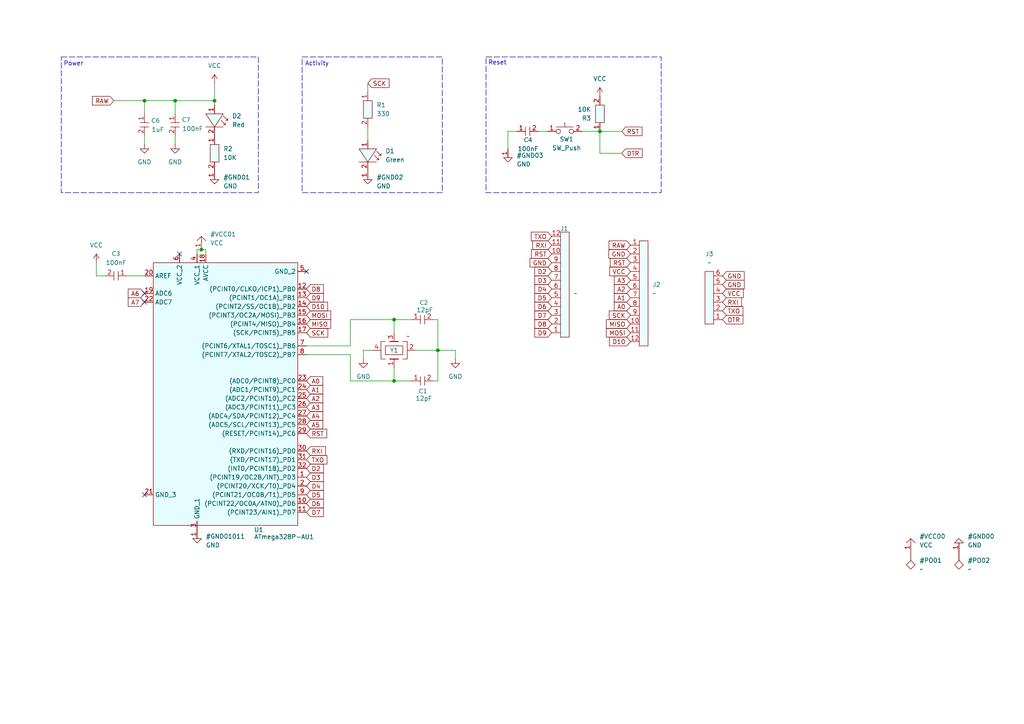
<source format=kicad_sch>
(kicad_sch (version 20250114) (generator "eeschema") (generator_version "9.0")
  (paper "A4")
  (lib_symbols
    (symbol "D_1"
      (property "Reference" "D" (at -0.254 4.064 0))
      (symbol "D_1_0_1"
        (polyline (pts (xy 0.635 2.54) (xy 1.905 3.81) (xy 1.27 3.81) (xy 1.905 3.81) (xy 1.905 3.175)))
        (polyline (pts (xy 1.905 1.905) (xy 3.175 3.175) (xy 2.54 3.175) (xy 3.175 3.175) (xy 3.175 2.54)))
        (polyline (pts (xy 3.81 0) (xy 0 2.54) (xy 0 -2.54) (xy 3.81 0)) (fill (type color) (color 0 251 255 0.1)))
        (polyline (pts (xy 3.81 -2.54) (xy 3.81 2.54)))
      )
      (symbol "D_1_1_1"
        (pin passive line (at -2.54 0 0) (length 2.54) (name "") (number "1"))
        (pin passive line (at 6.35 0 180) (length 2.54) (name "") (number "2"))
      )
    )
    (symbol "MCU_Atmel_42ChipsPro_Mini:C"
      (property "Reference" "C" (at -4.826 2.794 0))
      (symbol "C_0_1"
        (polyline (pts (xy -2.54 1.27) (xy -2.54 0)))
        (polyline (pts (xy -2.54 0) (xy -2.54 0)))
        (polyline (pts (xy -2.54 0) (xy -2.54 -1.27)))
        (polyline (pts (xy -1.27 0) (xy -1.27 1.27)))
        (polyline (pts (xy -1.27 0) (xy -1.27 -1.27)))
      )
      (symbol "C_1_1"
        (pin passive line (at -5.08 0 0) (length 2.54) (name "~") (number "1"))
        (pin passive line (at 1.27 0 180) (length 2.54) (name "~") (number "2"))
      )
    )
    (symbol "MCU_Atmel_42ChipsPro_Mini:D"
      (property "Reference" "D" (at -0.254 4.064 0))
      (symbol "D_0_1"
        (polyline (pts (xy 0.635 2.54) (xy 1.905 3.81) (xy 1.27 3.81) (xy 1.905 3.81) (xy 1.905 3.175)))
        (polyline (pts (xy 1.905 1.905) (xy 3.175 3.175) (xy 2.54 3.175) (xy 3.175 3.175) (xy 3.175 2.54)))
        (polyline (pts (xy 3.81 0) (xy 0 2.54) (xy 0 -2.54) (xy 3.81 0)) (fill (type color) (color 0 251 255 0.1)))
        (polyline (pts (xy 3.81 -2.54) (xy 3.81 2.54)))
      )
      (symbol "D_1_1"
        (pin input line (at -2.54 0 0) (length 2.54) (name "") (number "1"))
        (pin output line (at 6.35 0 180) (length 2.54) (name "") (number "2"))
      )
    )
    (symbol "MCU_Atmel_42ChipsPro_Mini:GND" (power) (exclude_from_sim yes) (in_bom no) (on_board no)
      (property "Reference" "GND" (at 0 4.064 0))
      (property "Value" "GND" (at 0 0 0))
      (symbol "GND_0_1"
        (polyline (pts (xy -1.27 0) (xy 1.27 0) (xy 0 1.27) (xy -1.27 0)) (fill (type color) (color 0 255 255 0.1)))
      )
      (symbol "GND_1_1"
        (pin power_in line (at 0 -2.54 90) (length 2.54) (name "") (number "1"))
      )
    )
    (symbol "MCU_Atmel_42ChipsPro_Mini:J1"
      (property "Reference" "J1" (at -2.286 -26.416 0))
      (property "Value" "~" (at -3.81 -7.6201 0))
      (symbol "J1_0_1"
        (rectangle (start -2.54 5.08) (end 0 -25.4) (fill (type color) (color 0 251 255 0.09)))
      )
      (symbol "J1_1_0"
        (pin bidirectional line (at 2.54 -19.05 180) (length 2.54) (name "") (number "10"))
        (pin bidirectional line (at 2.54 -21.59 180) (length 2.54) (name "") (number "11"))
        (pin bidirectional line (at 2.54 -24.13 180) (length 2.54) (name "") (number "12"))
      )
      (symbol "J1_1_1"
        (pin bidirectional line (at 2.54 3.81 180) (length 2.54) (name "") (number "1"))
        (pin bidirectional line (at 2.54 1.27 180) (length 2.54) (name "") (number "2"))
        (pin bidirectional line (at 2.54 -1.27 180) (length 2.54) (name "") (number "3"))
        (pin bidirectional line (at 2.54 -3.81 180) (length 2.54) (name "") (number "4"))
        (pin bidirectional line (at 2.54 -6.35 180) (length 2.54) (name "") (number "5"))
        (pin bidirectional line (at 2.54 -8.89 180) (length 2.54) (name "") (number "6"))
        (pin bidirectional line (at 2.54 -11.43 180) (length 2.54) (name "") (number "7"))
        (pin bidirectional line (at 2.54 -13.97 180) (length 2.54) (name "") (number "8"))
        (pin bidirectional line (at 2.54 -16.51 180) (length 2.54) (name "") (number "9"))
      )
    )
    (symbol "MCU_Atmel_42ChipsPro_Mini:J2"
      (property "Reference" "J2" (at 1.27 -7.6199 0))
      (property "Value" "~" (at 1.27 -10.1599 0))
      (symbol "J2_0_1"
        (rectangle (start -2.54 5.08) (end 0 -25.4) (fill (type color) (color 0 251 255 0.09)))
      )
      (symbol "J2_1_0"
        (pin bidirectional line (at -5.08 -19.05 0) (length 2.54) (name "") (number "10"))
        (pin bidirectional line (at -5.08 -21.59 0) (length 2.54) (name "") (number "11"))
        (pin bidirectional line (at -5.08 -24.13 0) (length 2.54) (name "") (number "12"))
      )
      (symbol "J2_1_1"
        (pin bidirectional line (at -5.08 3.81 0) (length 2.54) (name "") (number "1"))
        (pin bidirectional line (at -5.08 1.27 0) (length 2.54) (name "") (number "2"))
        (pin bidirectional line (at -5.08 -1.27 0) (length 2.54) (name "") (number "3"))
        (pin bidirectional line (at -5.08 -3.81 0) (length 2.54) (name "") (number "4"))
        (pin bidirectional line (at -5.08 -6.35 0) (length 2.54) (name "") (number "5"))
        (pin bidirectional line (at -5.08 -8.89 0) (length 2.54) (name "") (number "6"))
        (pin bidirectional line (at -5.08 -11.43 0) (length 2.54) (name "") (number "7"))
        (pin bidirectional line (at -5.08 -13.97 0) (length 2.54) (name "") (number "8"))
        (pin bidirectional line (at -5.08 -16.51 0) (length 2.54) (name "") (number "9"))
      )
    )
    (symbol "MCU_Atmel_42ChipsPro_Mini:J3"
      (property "Reference" "J3" (at -2.794 6.604 0))
      (symbol "J3_0_1"
        (rectangle (start -2.54 5.08) (end 0 -10.16) (fill (type color) (color 0 251 255 0.09)))
      )
      (symbol "J3_1_1"
        (pin bidirectional line (at -5.08 3.81 0) (length 2.54) (name "") (number "1"))
        (pin bidirectional line (at -5.08 1.27 0) (length 2.54) (name "") (number "2"))
        (pin bidirectional line (at -5.08 -1.27 0) (length 2.54) (name "") (number "3"))
        (pin bidirectional line (at -5.08 -3.81 0) (length 2.54) (name "") (number "4"))
        (pin bidirectional line (at -5.08 -6.35 0) (length 2.54) (name "") (number "5"))
        (pin bidirectional line (at -5.08 -8.89 0) (length 2.54) (name "") (number "6"))
      )
    )
    (symbol "MCU_Atmel_42ChipsPro_Mini:MCU_Atmega328P_AU"
      (property "Reference" "ATmega328P-AU?" (at 8.636 -51.308 0))
      (property "Value" "U1" (at 8.636 -49.276 0))
      (symbol "MCU_Atmega328P_AU_0_1"
        (rectangle (start 0 0) (end 41.91 -76.2) (fill (type color) (color 0 237 255 0.1)))
      )
      (symbol "MCU_Atmega328P_AU_1_1"
        (pin passive line (at -2.54 -3.81 0) (length 2.54) (name "AREF") (number "20"))
        (pin input line (at -2.54 -8.89 0) (length 2.54) (name "ADC6") (number "19"))
        (pin input line (at -2.54 -11.43 0) (length 2.54) (name "ADC7") (number "22"))
        (pin input line (at -2.54 -67.31 0) (length 2.54) (name "GND_3") (number "21"))
        (pin power_in line (at 7.62 2.54 270) (length 2.54) (name "VCC_2") (number "6"))
        (pin power_in line (at 12.7 2.54 270) (length 2.54) (name "VCC_1") (number "4"))
        (pin power_in line (at 12.7 -77.47 90) (length 2.54) (name "GND_1") (number "3"))
        (pin input line (at 15.24 2.54 270) (length 2.54) (name "AVCC") (number "18"))
        (pin power_in line (at 44.45 -2.54 180) (length 2.54) (name "GND_2") (number "5"))
        (pin bidirectional line (at 44.45 -7.62 180) (length 2.54) (name "(PCINT0/CLKO/ICP1)_PB0") (number "12"))
        (pin bidirectional line (at 44.45 -10.16 180) (length 2.54) (name "(PCINT1/OC1A)_PB1") (number "13"))
        (pin bidirectional line (at 44.45 -12.7 180) (length 2.54) (name "(PCINT2/SS/OC1B)_PB2") (number "14"))
        (pin bidirectional line (at 44.45 -15.24 180) (length 2.54) (name "(PCINT3/OC2A/MOSI)_PB3") (number "15"))
        (pin bidirectional line (at 44.45 -17.78 180) (length 2.54) (name "(PCINT4/MISO)_PB4") (number "16"))
        (pin bidirectional line (at 44.45 -20.32 180) (length 2.54) (name "(SCK/PCINT5)_PB5") (number "17"))
        (pin bidirectional line (at 44.45 -24.13 180) (length 2.54) (name "(PCINT6/XTAL1/TOSC1)_PB6") (number "7"))
        (pin bidirectional line (at 44.45 -26.67 180) (length 2.54) (name "(PCINT7/XTAL2/TOSC2)_PB7") (number "8"))
        (pin bidirectional line (at 44.45 -34.29 180) (length 2.54) (name "(ADC0/PCINT8)_PC0") (number "23"))
        (pin bidirectional line (at 44.45 -36.83 180) (length 2.54) (name "(ADC1/PCINT9)_PC1") (number "24"))
        (pin bidirectional line (at 44.45 -39.37 180) (length 2.54) (name "(ADC2/PCINT10)_PC2") (number "25"))
        (pin bidirectional line (at 44.45 -41.91 180) (length 2.54) (name "(ADC3/PCINT11)_PC3") (number "26"))
        (pin bidirectional line (at 44.45 -44.45 180) (length 2.54) (name "(ADC4/SDA/PCINT12)_PC4") (number "27"))
        (pin bidirectional line (at 44.45 -46.99 180) (length 2.54) (name "(ADC5/SCL/PCINT13)_PC5") (number "28"))
        (pin bidirectional line (at 44.45 -49.53 180) (length 2.54) (name "(RESET/PCINT14)_PC6") (number "29"))
        (pin bidirectional line (at 44.45 -54.61 180) (length 2.54) (name "(RXD/PCINT16)_PD0") (number "30"))
        (pin bidirectional line (at 44.45 -57.15 180) (length 2.54) (name "(TXD/PCINT17)_PD1") (number "31"))
        (pin bidirectional line (at 44.45 -59.69 180) (length 2.54) (name "(INT0/PCINT18)_PD2") (number "32"))
        (pin bidirectional line (at 44.45 -62.23 180) (length 2.54) (name "(PCINT19/OC2B/INT)_PD3") (number "1"))
        (pin bidirectional line (at 44.45 -64.77 180) (length 2.54) (name "(PCINT20/XCK/T0)_PD4") (number "2"))
        (pin bidirectional line (at 44.45 -67.31 180) (length 2.54) (name "(PCINT21/OC0B/T1)_PD5") (number "9"))
        (pin bidirectional line (at 44.45 -69.85 180) (length 2.54) (name "(PCINT22/OC0A/ATN0)_PD6") (number "10"))
        (pin bidirectional line (at 44.45 -72.39 180) (length 2.54) (name "(PCINT23/AIN1)_PD7") (number "11"))
      )
    )
    (symbol "MCU_Atmel_42ChipsPro_Mini:Power_output" (power) (in_bom no) (on_board no)
      (property "Reference" "PO" (at -2.54 -0.762 0))
      (symbol "Power_output_0_1"
        (polyline (pts (xy 0 -1.27) (xy 1.27 -2.54) (xy 0 -3.81) (xy -1.27 -2.54) (xy 0 -1.27)))
      )
      (symbol "Power_output_1_1"
        (pin power_out line (at 0 1.27 270) (length 2.54) (name "") (number ""))
      )
    )
    (symbol "MCU_Atmel_42ChipsPro_Mini:R"
      (property "Reference" "R" (at -2.286 5.334 0))
      (symbol "R_0_1"
        (rectangle (start 0 2.54) (end 5.08 0) (fill (type color) (color 0 251 255 0.1)))
      )
      (symbol "R_1_1"
        (pin passive line (at -2.54 1.27 0) (length 2.54) (name "~") (number "1"))
        (pin passive line (at 7.62 1.27 180) (length 2.54) (name "~") (number "2"))
      )
    )
    (symbol "MCU_Atmel_42ChipsPro_Mini:SW"
      (property "Reference" "SW" (at -1.778 3.556 0))
      (symbol "SW_0_1"
        (polyline (pts (xy 0 2.54) (xy 5.08 2.54) (xy 2.54 2.54) (xy 2.54 3.81)))
        (circle (center 0.635 1.27) (radius 0.635))
        (circle (center 4.445 1.27) (radius 0.635))
      )
      (symbol "SW_1_1"
        (pin passive line (at -2.54 1.27 0) (length 2.54) (name "") (number "1"))
        (pin passive line (at 7.62 1.27 180) (length 2.54) (name "") (number "2"))
      )
    )
    (symbol "MCU_Atmel_42ChipsPro_Mini:VCC" (power) (exclude_from_sim yes) (in_bom no) (on_board no)
      (property "Reference" "VCC" (at 0 2.54 0))
      (property "Value" "VCC" (at 0 0 0))
      (symbol "VCC_0_1"
        (polyline (pts (xy -1.27 0) (xy 0 1.27) (xy 1.27 0)))
        (polyline (pts (xy 0 0) (xy 0 1.27)))
      )
      (symbol "VCC_1_1"
        (pin power_in line (at 0 -2.54 90) (length 2.54) (name "") (number "1"))
      )
    )
    (symbol "MCU_Atmel_42ChipsPro_Mini:Y"
      (property "Reference" "Y" (at 0 0 0))
      (symbol "Y_0_1"
        (rectangle (start -2.54 1.27) (end 2.54 -1.27))
        (polyline (pts (xy -2.54 -2.54) (xy -3.81 -2.54) (xy -3.81 2.54) (xy -2.54 2.54)))
        (polyline (pts (xy -1.27 2.54) (xy 1.27 2.54)) (stroke (width 0.254)))
        (polyline (pts (xy -1.27 -2.54) (xy 1.27 -2.54)) (stroke (width 0.254)))
        (polyline (pts (xy 2.54 -2.54) (xy 3.81 -2.54) (xy 3.81 2.54) (xy 2.54 2.54)))
      )
      (symbol "Y_1_1"
        (pin passive line (at -6.35 0 0) (length 2.54) (name "") (number "4"))
        (pin passive line (at 0 5.08 270) (length 2.54) (name "") (number "3"))
        (pin passive line (at 0 -5.08 90) (length 2.54) (name "") (number "1"))
        (pin passive line (at 6.35 0 180) (length 2.54) (name "") (number "2"))
      )
    )
    (symbol "power:GND" (power) (pin_numbers (hide yes)) (pin_names (offset 0) (hide yes))
      (property "Value" "GND" (at 0 -3.81 0))
      (symbol "GND_0_1"
        (polyline (pts (xy 0 0) (xy 0 -1.27) (xy 1.27 -1.27) (xy 0 -2.54) (xy -1.27 -1.27) (xy 0 -1.27)))
      )
      (symbol "GND_1_1"
        (pin power_in line (at 0 0 270) (length 0) (name "~") (number "1"))
      )
    )
    (symbol "power:VCC" (power) (pin_numbers (hide yes)) (pin_names (offset 0) (hide yes))
      (property "Value" "VCC" (at 0 3.556 0))
      (symbol "VCC_0_1"
        (polyline (pts (xy -0.762 1.27) (xy 0 2.54)))
        (polyline (pts (xy 0 2.54) (xy 0.762 1.27)))
        (polyline (pts (xy 0 0) (xy 0 2.54)))
      )
      (symbol "VCC_1_1"
        (pin power_in line (at 0 0 90) (length 0) (name "~") (number "1"))
      )
    )
  )
  (rectangle (start 140.97 16.51) (end 191.77 55.88) (stroke (width 0) (type dash)))
  (rectangle (start 17.78 16.51) (end 74.93 55.88) (stroke (width 0) (type dash)))
  (rectangle (start 87.63 16.51) (end 128.27 55.88) (stroke (width 0) (type dash)))
  (text "Activity\n" (at 91.948 18.542 0) (effects (font (size 1.27 1.27))))
  (text "Reset" (at 144.272 18.288 0) (effects (font (size 1.27 1.27))))
  (text "Power" (at 21.336 18.542 0) (effects (font (size 1.27 1.27))))
  (junction (at 173.99 38.1))
  (junction (at 41.91 29.21))
  (junction (at 50.8 29.21))
  (junction (at 62.23 29.21))
  (junction (at 127 101.6))
  (junction (at 58.42 72.39))
  (junction (at 114.3 110.49))
  (junction (at 114.3 92.71))
  (no_connect (at 41.91 87.63))
  (no_connect (at 41.91 85.09))
  (no_connect (at 41.91 143.51))
  (no_connect (at 88.9 78.74))
  (no_connect (at 52.07 73.66))
  (wire (pts (xy 50.8 29.21) (xy 62.23 29.21)))
  (wire (pts (xy 168.91 38.1) (xy 173.99 38.1)))
  (wire (pts (xy 62.23 29.21) (xy 62.23 30.48)))
  (wire (pts (xy 101.6 100.33) (xy 101.6 92.71)))
  (wire (pts (xy 57.15 73.66) (xy 57.15 72.39)))
  (wire (pts (xy 149.86 38.1) (xy 147.32 38.1)))
  (wire (pts (xy 62.23 24.13) (xy 62.23 29.21)))
  (wire (pts (xy 147.32 38.1) (xy 147.32 43.18)))
  (wire (pts (xy 57.15 72.39) (xy 58.42 72.39)))
  (wire (pts (xy 101.6 110.49) (xy 114.3 110.49)))
  (wire (pts (xy 88.9 100.33) (xy 101.6 100.33)))
  (wire (pts (xy 132.08 101.6) (xy 132.08 104.14)))
  (wire (pts (xy 30.48 80.01) (xy 27.94 80.01)))
  (wire (pts (xy 125.73 92.71) (xy 127 92.71)))
  (wire (pts (xy 127 92.71) (xy 127 101.6)))
  (wire (pts (xy 36.83 80.01) (xy 41.91 80.01)))
  (wire (pts (xy 127 101.6) (xy 127 110.49)))
  (wire (pts (xy 125.73 110.49) (xy 127 110.49)))
  (wire (pts (xy 41.91 39.37) (xy 41.91 41.91)))
  (wire (pts (xy 88.9 102.87) (xy 101.6 102.87)))
  (wire (pts (xy 114.3 92.71) (xy 119.38 92.71)))
  (wire (pts (xy 50.8 39.37) (xy 50.8 41.91)))
  (wire (pts (xy 101.6 92.71) (xy 114.3 92.71)))
  (wire (pts (xy 120.65 101.6) (xy 127 101.6)))
  (wire (pts (xy 41.91 29.21) (xy 50.8 29.21)))
  (wire (pts (xy 173.99 38.1) (xy 180.34 38.1)))
  (wire (pts (xy 156.21 38.1) (xy 158.75 38.1)))
  (wire (pts (xy 33.02 29.21) (xy 41.91 29.21)))
  (wire (pts (xy 107.95 101.6) (xy 105.41 101.6)))
  (wire (pts (xy 114.3 106.68) (xy 114.3 110.49)))
  (wire (pts (xy 106.68 24.13) (xy 106.68 26.67)))
  (wire (pts (xy 114.3 110.49) (xy 119.38 110.49)))
  (wire (pts (xy 101.6 102.87) (xy 101.6 110.49)))
  (wire (pts (xy 114.3 92.71) (xy 114.3 96.52)))
  (wire (pts (xy 59.69 73.66) (xy 59.69 72.39)))
  (wire (pts (xy 127 101.6) (xy 132.08 101.6)))
  (wire (pts (xy 106.68 36.83) (xy 106.68 40.64)))
  (wire (pts (xy 105.41 101.6) (xy 105.41 104.14)))
  (wire (pts (xy 50.8 29.21) (xy 50.8 33.02)))
  (wire (pts (xy 58.42 72.39) (xy 59.69 72.39)))
  (wire (pts (xy 173.99 38.1) (xy 173.99 44.45)))
  (wire (pts (xy 180.34 44.45) (xy 173.99 44.45)))
  (wire (pts (xy 41.91 29.21) (xy 41.91 33.02)))
  (wire (pts (xy 27.94 76.2) (xy 27.94 80.01)))
  (global_label "SCK" (shape input) (at 106.68 24.13 0) (property "Intersheetrefs" "${INTERSHEET_REFS}" (effects (hide yes))))
  (global_label "D7" (shape input) (at 160.02 91.44 180) (property "Intersheetrefs" "${INTERSHEET_REFS}" (effects (hide yes))))
  (global_label "D4" (shape input) (at 160.02 83.82 180) (property "Intersheetrefs" "${INTERSHEET_REFS}" (effects (hide yes))))
  (global_label "VCC" (shape input) (at 209.55 85.09 0) (property "Intersheetrefs" "${INTERSHEET_REFS}" (effects (hide yes))))
  (global_label "A1" (shape input) (at 182.88 86.36 180) (property "Intersheetrefs" "${INTERSHEET_REFS}" (effects (hide yes))))
  (global_label "A3" (shape input) (at 182.88 81.28 180) (property "Intersheetrefs" "${INTERSHEET_REFS}" (effects (hide yes))))
  (global_label "RAW" (shape input) (at 182.88 71.12 180) (property "Intersheetrefs" "${INTERSHEET_REFS}" (effects (hide yes))))
  (global_label "RXI" (shape input) (at 209.55 87.63 0) (property "Intersheetrefs" "${INTERSHEET_REFS}" (effects (hide yes))))
  (global_label "D9" (shape input) (at 160.02 96.52 180) (property "Intersheetrefs" "${INTERSHEET_REFS}" (effects (hide yes))))
  (global_label "MISO" (shape input) (at 88.9 93.98 0) (property "Intersheetrefs" "${INTERSHEET_REFS}" (effects (hide yes))))
  (global_label "GND" (shape input) (at 209.55 80.01 0) (property "Intersheetrefs" "${INTERSHEET_REFS}" (effects (hide yes))))
  (global_label "DTR" (shape input) (at 209.55 92.71 0) (property "Intersheetrefs" "${INTERSHEET_REFS}" (effects (hide yes))))
  (global_label "GND" (shape input) (at 182.88 73.66 180) (property "Intersheetrefs" "${INTERSHEET_REFS}" (effects (hide yes))))
  (global_label "RXI" (shape input) (at 88.9 130.81 0) (property "Intersheetrefs" "${INTERSHEET_REFS}" (effects (hide yes))))
  (global_label "A0" (shape input) (at 88.9 110.49 0) (property "Intersheetrefs" "${INTERSHEET_REFS}" (effects (hide yes))))
  (global_label "RST" (shape input) (at 160.02 73.66 180) (property "Intersheetrefs" "${INTERSHEET_REFS}" (effects (hide yes))))
  (global_label "MISO" (shape input) (at 182.88 93.98 180) (property "Intersheetrefs" "${INTERSHEET_REFS}" (effects (hide yes))))
  (global_label "RST" (shape input) (at 182.88 76.2 180) (property "Intersheetrefs" "${INTERSHEET_REFS}" (effects (hide yes))))
  (global_label "RXI" (shape input) (at 160.02 71.12 180) (property "Intersheetrefs" "${INTERSHEET_REFS}" (effects (hide yes))))
  (global_label "D10" (shape input) (at 182.88 99.06 180) (property "Intersheetrefs" "${INTERSHEET_REFS}" (effects (hide yes))))
  (global_label "D9" (shape input) (at 88.9 86.36 0) (property "Intersheetrefs" "${INTERSHEET_REFS}" (effects (hide yes))))
  (global_label "D8" (shape input) (at 88.9 83.82 0) (property "Intersheetrefs" "${INTERSHEET_REFS}" (effects (hide yes))))
  (global_label "RAW" (shape input) (at 33.02 29.21 180) (property "Intersheetrefs" "${INTERSHEET_REFS}" (effects (hide yes))))
  (global_label "RST" (shape input) (at 180.34 38.1 0) (property "Intersheetrefs" "${INTERSHEET_REFS}" (effects (hide yes))))
  (global_label "DTR" (shape input) (at 180.34 44.45 0) (property "Intersheetrefs" "${INTERSHEET_REFS}" (effects (hide yes))))
  (global_label "D5" (shape input) (at 88.9 143.51 0) (property "Intersheetrefs" "${INTERSHEET_REFS}" (effects (hide yes))))
  (global_label "D6" (shape input) (at 88.9 146.05 0) (property "Intersheetrefs" "${INTERSHEET_REFS}" (effects (hide yes))))
  (global_label "D7" (shape input) (at 88.9 148.59 0) (property "Intersheetrefs" "${INTERSHEET_REFS}" (effects (hide yes))))
  (global_label "A2" (shape input) (at 88.9 115.57 0) (property "Intersheetrefs" "${INTERSHEET_REFS}" (effects (hide yes))))
  (global_label "A1" (shape input) (at 88.9 113.03 0) (property "Intersheetrefs" "${INTERSHEET_REFS}" (effects (hide yes))))
  (global_label "A3" (shape input) (at 88.9 118.11 0) (property "Intersheetrefs" "${INTERSHEET_REFS}" (effects (hide yes))))
  (global_label "A5" (shape input) (at 88.9 123.19 0) (property "Intersheetrefs" "${INTERSHEET_REFS}" (effects (hide yes))))
  (global_label "A4" (shape input) (at 88.9 120.65 0) (property "Intersheetrefs" "${INTERSHEET_REFS}" (effects (hide yes))))
  (global_label "D2" (shape input) (at 88.9 135.89 0) (property "Intersheetrefs" "${INTERSHEET_REFS}" (effects (hide yes))))
  (global_label "D4" (shape input) (at 88.9 140.97 0) (property "Intersheetrefs" "${INTERSHEET_REFS}" (effects (hide yes))))
  (global_label "D3" (shape input) (at 88.9 138.43 0) (property "Intersheetrefs" "${INTERSHEET_REFS}" (effects (hide yes))))
  (global_label "GND" (shape input) (at 160.02 76.2 180) (property "Intersheetrefs" "${INTERSHEET_REFS}" (effects (hide yes))))
  (global_label "A6" (shape input) (at 41.91 85.09 180) (property "Intersheetrefs" "${INTERSHEET_REFS}" (effects (hide yes))))
  (global_label "A7" (shape input) (at 41.91 87.63 180) (property "Intersheetrefs" "${INTERSHEET_REFS}" (effects (hide yes))))
  (global_label "D8" (shape input) (at 160.02 93.98 180) (property "Intersheetrefs" "${INTERSHEET_REFS}" (effects (hide yes))))
  (global_label "D2" (shape input) (at 160.02 78.74 180) (property "Intersheetrefs" "${INTERSHEET_REFS}" (effects (hide yes))))
  (global_label "RST" (shape input) (at 88.9 125.73 0) (property "Intersheetrefs" "${INTERSHEET_REFS}" (effects (hide yes))))
  (global_label "A2" (shape input) (at 182.88 83.82 180) (property "Intersheetrefs" "${INTERSHEET_REFS}" (effects (hide yes))))
  (global_label "TXO" (shape input) (at 88.9 133.35 0) (property "Intersheetrefs" "${INTERSHEET_REFS}" (effects (hide yes))))
  (global_label "SCK" (shape input) (at 182.88 91.44 180) (property "Intersheetrefs" "${INTERSHEET_REFS}" (effects (hide yes))))
  (global_label "VCC" (shape input) (at 182.88 78.74 180) (property "Intersheetrefs" "${INTERSHEET_REFS}" (effects (hide yes))))
  (global_label "D5" (shape input) (at 160.02 86.36 180) (property "Intersheetrefs" "${INTERSHEET_REFS}" (effects (hide yes))))
  (global_label "D3" (shape input) (at 160.02 81.28 180) (property "Intersheetrefs" "${INTERSHEET_REFS}" (effects (hide yes))))
  (global_label "D6" (shape input) (at 160.02 88.9 180) (property "Intersheetrefs" "${INTERSHEET_REFS}" (effects (hide yes))))
  (global_label "MOSI" (shape input) (at 182.88 96.52 180) (property "Intersheetrefs" "${INTERSHEET_REFS}" (effects (hide yes))))
  (global_label "TXO" (shape input) (at 160.02 68.58 180) (property "Intersheetrefs" "${INTERSHEET_REFS}" (effects (hide yes))))
  (global_label "D10" (shape input) (at 88.9 88.9 0) (property "Intersheetrefs" "${INTERSHEET_REFS}" (effects (hide yes))))
  (global_label "A0" (shape input) (at 182.88 88.9 180) (property "Intersheetrefs" "${INTERSHEET_REFS}" (effects (hide yes))))
  (global_label "TXO" (shape input) (at 209.55 90.17 0) (property "Intersheetrefs" "${INTERSHEET_REFS}" (effects (hide yes))))
  (global_label "SCK" (shape input) (at 88.9 96.52 0) (property "Intersheetrefs" "${INTERSHEET_REFS}" (effects (hide yes))))
  (global_label "GND" (shape input) (at 209.55 82.55 0) (property "Intersheetrefs" "${INTERSHEET_REFS}" (effects (hide yes))))
  (global_label "MOSI" (shape input) (at 88.9 91.44 0) (property "Intersheetrefs" "${INTERSHEET_REFS}" (effects (hide yes))))
  (symbol (lib_id "MCU_Atmel_42ChipsPro_Mini:GND") (at 62.23 52.07 180) (unit 1) (exclude_from_sim yes) (in_bom no) (on_board no)
    (property "Reference" "#GND01" (at 64.77 51.4349 0) (effects (justify right)))
    (property "Value" "GND" (at 64.77 53.9749 0) (effects (justify right)))
  )
  (symbol (lib_id "MCU_Atmel_42ChipsPro_Mini:GND") (at 278.13 157.48 0) (unit 1) (exclude_from_sim yes) (in_bom no) (on_board no)
    (property "Reference" "#GND00" (at 280.67 155.5749 0) (effects (justify left)))
    (property "Value" "GND" (at 280.67 158.1149 0) (effects (justify left)))
  )
  (symbol (lib_id "power:VCC") (at 173.99 27.94 0) (unit 1)
    (property "Reference" "#PWR011" (effects (hide yes)))
    (property "Value" "VCC" (at 173.99 22.86 0))
    (property "Description" "Power symbol creates a global label with name \"VCC\"" (effects (hide yes)))
  )
  (symbol (lib_id "MCU_Atmel_42ChipsPro_Mini:R") (at 175.26 35.56 90) (unit 1)
    (property "Reference" "R3" (at 171.45 34.2901 90) (effects (justify left)))
    (property "Value" "10K" (at 171.45 31.7501 90) (effects (justify left)))
  )
  (symbol (lib_id "power:VCC") (at 62.23 24.13 0) (unit 1)
    (property "Reference" "#PWR05" (effects (hide yes)))
    (property "Value" "VCC" (at 62.23 19.05 0))
    (property "Description" "Power symbol creates a global label with name \"VCC\"" (effects (hide yes)))
  )
  (symbol (lib_id "MCU_Atmel_42ChipsPro_Mini:Power_output") (at 278.13 161.29 0) (unit 1) (in_bom no) (on_board no)
    (property "Reference" "#PO02" (at 280.67 162.5599 0) (effects (justify left)))
    (property "Value" "~" (at 280.67 165.0999 0) (effects (justify left)))
  )
  (symbol (lib_id "MCU_Atmel_42ChipsPro_Mini:GND") (at 57.15 156.21 180) (unit 1) (exclude_from_sim yes) (in_bom no) (on_board no)
    (property "Reference" "#GND01011" (at 59.69 155.5749 0) (effects (justify right)))
    (property "Value" "GND" (at 59.69 158.1149 0) (effects (justify right)))
  )
  (symbol (lib_id "MCU_Atmel_42ChipsPro_Mini:VCC") (at 58.42 69.85 0) (unit 1) (exclude_from_sim yes) (in_bom no) (on_board no)
    (property "Reference" "#VCC01" (at 60.96 67.9449 0) (effects (justify left)))
    (property "Value" "VCC" (at 60.96 70.4849 0) (effects (justify left)))
  )
  (symbol (lib_id "power:GND") (at 50.8 41.91 0) (unit 1)
    (property "Reference" "#PWR06" (effects (hide yes)))
    (property "Value" "GND" (at 50.8 46.99 0))
    (property "Description" "Power symbol creates a global label with name \"GND\" , ground" (effects (hide yes)))
  )
  (symbol (lib_id "power:VCC") (at 27.94 76.2 0) (unit 1)
    (property "Reference" "#PWR04" (effects (hide yes)))
    (property "Value" "VCC" (at 27.94 71.12 0))
    (property "Description" "Power symbol creates a global label with name \"VCC\"" (effects (hide yes)))
  )
  (symbol (lib_id "MCU_Atmel_42ChipsPro_Mini:J1") (at 162.56 92.71 180) (unit 1)
    (property "Reference" "J1" (at 164.846 66.294 0) (effects (justify left)))
    (property "Value" "~" (at 166.37 85.0899 0) (effects (justify right)))
  )
  (symbol (lib_id "MCU_Atmel_42ChipsPro_Mini:J3") (at 204.47 88.9 180) (unit 1)
    (property "Reference" "J3" (at 205.74 73.66 0))
    (property "Value" "~" (at 205.74 76.2 0))
  )
  (symbol (lib_id "power:GND") (at 132.08 104.14 0) (unit 1)
    (property "Reference" "#PWR01" (effects (hide yes)))
    (property "Value" "GND" (at 132.08 109.22 0))
    (property "Description" "Power symbol creates a global label with name \"GND\" , ground" (effects (hide yes)))
  )
  (symbol (lib_id "MCU_Atmel_42ChipsPro_Mini:SW") (at 161.29 39.37 0) (unit 1)
    (property "Reference" "SW1" (at 164.338 40.386 0))
    (property "Value" "SW_Push" (at 164.338 42.926 0))
  )
  (symbol (lib_id "MCU_Atmel_42ChipsPro_Mini:C") (at 154.94 38.1 0) (unit 1)
    (property "Reference" "C4" (at 153.162 40.64 0))
    (property "Value" "100nF" (at 153.162 43.18 0))
  )
  (symbol (lib_id "power:GND") (at 41.91 41.91 0) (unit 1)
    (property "Reference" "#PWR07" (effects (hide yes)))
    (property "Value" "GND" (at 41.91 46.99 0))
    (property "Description" "Power symbol creates a global label with name \"GND\" , ground" (effects (hide yes)))
  )
  (symbol (lib_id "MCU_Atmel_42ChipsPro_Mini:Y") (at 114.3 101.6 0) (unit 1)
    (property "Reference" "Y1" (at 114.3 101.6 0))
    (property "Value" "~" (at 118.364 97.536 0))
  )
  (symbol (lib_id "MCU_Atmel_42ChipsPro_Mini:C") (at 124.46 110.49 0) (unit 1)
    (property "Reference" "C1" (at 122.682 113.538 0))
    (property "Value" "12pF" (at 122.936 115.57 0))
  )
  (symbol (lib_id "MCU_Atmel_42ChipsPro_Mini:R") (at 105.41 29.21 270) (unit 1)
    (property "Reference" "R1" (at 109.22 30.4799 90) (effects (justify left)))
    (property "Value" "330" (at 109.22 33.0199 90) (effects (justify left)))
  )
  (symbol (lib_id "MCU_Atmel_42ChipsPro_Mini:J2") (at 187.96 74.93 0) (unit 1)
    (property "Reference" "J2" (at 189.23 82.5499 0) (effects (justify left)))
    (property "Value" "~" (at 189.23 85.0899 0) (effects (justify left)))
  )
  (symbol (lib_id "MCU_Atmel_42ChipsPro_Mini:Power_output") (at 264.16 161.29 0) (unit 1) (in_bom no) (on_board no)
    (property "Reference" "#PO01" (at 266.7 162.5599 0) (effects (justify left)))
    (property "Value" "~" (at 266.7 165.0999 0) (effects (justify left)))
  )
  (symbol (lib_id "MCU_Atmel_42ChipsPro_Mini:GND") (at 106.68 52.07 180) (unit 1) (exclude_from_sim yes) (in_bom no) (on_board no)
    (property "Reference" "#GND02" (at 109.22 51.4349 0) (effects (justify right)))
    (property "Value" "GND" (at 109.22 53.9749 0) (effects (justify right)))
  )
  (symbol (lib_id "MCU_Atmel_42ChipsPro_Mini:C") (at 50.8 38.1 270) (unit 1)
    (property "Reference" "C7" (at 52.832 34.798 90) (effects (justify left)))
    (property "Value" "100nF" (at 52.832 37.3379 90) (effects (justify left)))
  )
  (symbol (lib_id "MCU_Atmel_42ChipsPro_Mini:D") (at 62.23 33.02 270) (unit 1)
    (property "Reference" "D2" (at 67.31 33.6549 90) (effects (justify left)))
    (property "Value" "Red" (at 67.31 36.1949 90) (effects (justify left)))
  )
  (symbol (lib_id "MCU_Atmel_42ChipsPro_Mini:VCC") (at 264.16 157.48 0) (unit 1) (exclude_from_sim yes) (in_bom no) (on_board no)
    (property "Reference" "#VCC00" (at 266.7 155.5749 0) (effects (justify left)))
    (property "Value" "VCC" (at 266.7 158.1149 0) (effects (justify left)))
  )
  (symbol (lib_id "MCU_Atmel_42ChipsPro_Mini:GND") (at 147.32 45.72 180) (unit 1) (exclude_from_sim yes) (in_bom no) (on_board no)
    (property "Reference" "#GND03" (at 149.86 45.0849 0) (effects (justify right)))
    (property "Value" "GND" (at 149.86 47.6249 0) (effects (justify right)))
  )
  (symbol (lib_id "MCU_Atmel_42ChipsPro_Mini:R") (at 60.96 41.91 270) (unit 1)
    (property "Reference" "R2" (at 64.77 43.1799 90) (effects (justify left)))
    (property "Value" "10K" (at 64.77 45.7199 90) (effects (justify left)))
  )
  (symbol (lib_id "MCU_Atmel_42ChipsPro_Mini:C") (at 31.75 80.01 180) (unit 1)
    (property "Reference" "C3" (at 33.655 73.66 0))
    (property "Value" "100nF" (at 33.655 76.2 0))
  )
  (symbol (lib_name "D_1") (lib_id "MCU_Atmel_42ChipsPro_Mini:D") (at 106.68 43.18 270) (unit 1)
    (property "Reference" "D1" (at 111.76 43.8149 90) (effects (justify left)))
    (property "Value" "Green" (at 111.76 46.3549 90) (effects (justify left)))
  )
  (symbol (lib_id "MCU_Atmel_42ChipsPro_Mini:MCU_Atmega328P_AU") (at 44.45 76.2 0) (unit 1)
    (property "Reference" "ATmega328P-AU1" (at 73.66 155.702 0) (effects (justify left)))
    (property "Value" "U1" (at 73.66 153.67 0) (effects (justify left)))
  )
  (symbol (lib_id "MCU_Atmel_42ChipsPro_Mini:C") (at 41.91 38.1 270) (unit 1)
    (property "Reference" "C6" (at 43.942 35.0521 90) (effects (justify left)))
    (property "Value" "1uF" (at 43.942 37.592 90) (effects (justify left)))
  )
  (symbol (lib_id "power:GND") (at 105.41 104.14 0) (unit 1)
    (property "Reference" "#PWR02" (effects (hide yes)))
    (property "Value" "GND" (at 105.41 109.22 0))
    (property "Description" "Power symbol creates a global label with name \"GND\" , ground" (effects (hide yes)))
  )
  (symbol (lib_id "MCU_Atmel_42ChipsPro_Mini:C") (at 124.46 92.71 0) (unit 1)
    (property "Reference" "C2" (at 122.936 87.884 0))
    (property "Value" "12pF" (at 123.19 89.916 0))
  )
)
</source>
